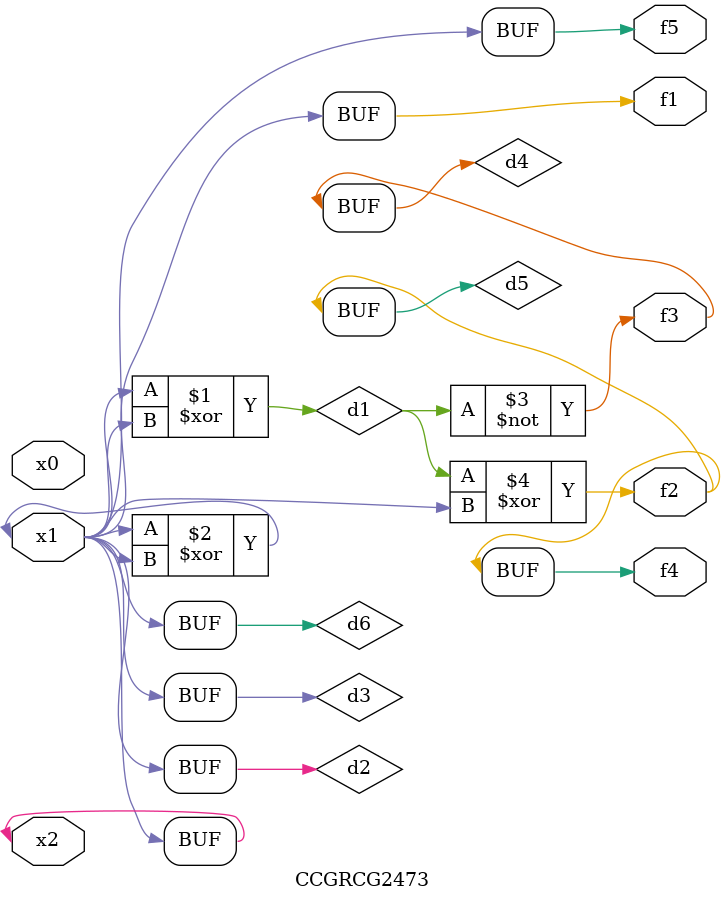
<source format=v>
module CCGRCG2473(
	input x0, x1, x2,
	output f1, f2, f3, f4, f5
);

	wire d1, d2, d3, d4, d5, d6;

	xor (d1, x1, x2);
	buf (d2, x1, x2);
	xor (d3, x1, x2);
	nor (d4, d1);
	xor (d5, d1, d2);
	buf (d6, d2, d3);
	assign f1 = d6;
	assign f2 = d5;
	assign f3 = d4;
	assign f4 = d5;
	assign f5 = d6;
endmodule

</source>
